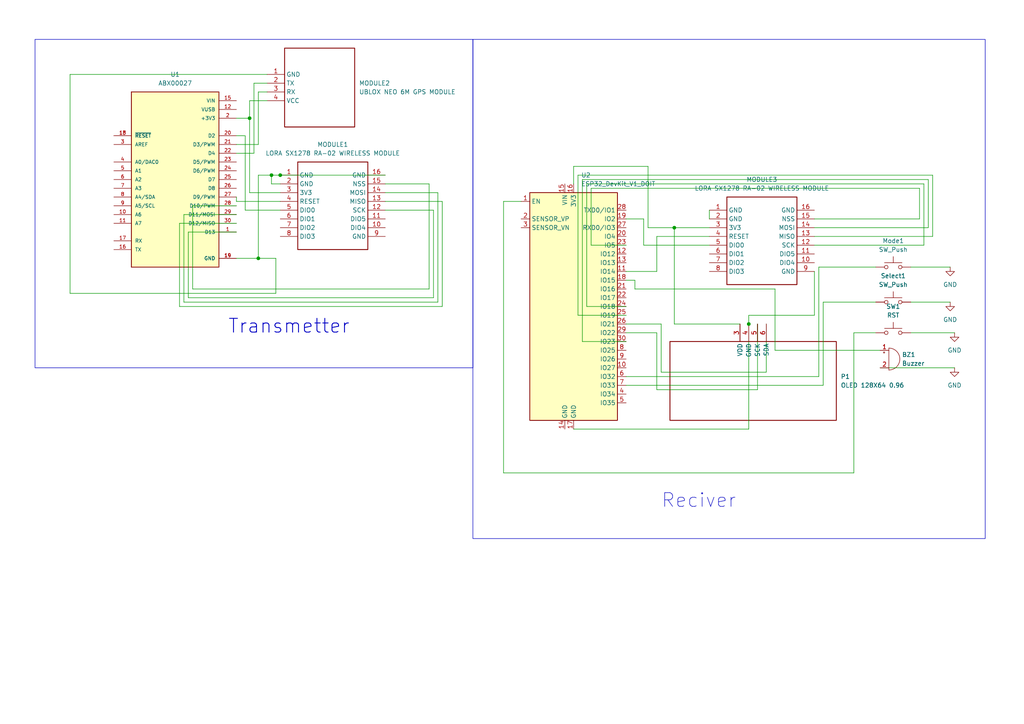
<source format=kicad_sch>
(kicad_sch (version 20231120) (generator "eeschema") (generator_version "8.0")
  (paper "A4")
  (lib_symbols
    (symbol "Device:Buzzer" (pin_names (offset 0.0254) hide)
      (property "Reference" "BZ" (at 3.81 1.27 0))
      (property "Value" "Buzzer" (at 3.81 -1.27 0))
      (symbol "Buzzer_0_1"
        (arc (start 0 -3.175) (mid 3.1612 0) (end 0 3.175))
        (polyline (pts (xy -1.651 1.905) (xy -1.143 1.905)))
        (polyline (pts (xy -1.397 2.159) (xy -1.397 1.651)))
        (polyline (pts (xy 0 3.175) (xy 0 -3.175)))
      )
      (symbol "Buzzer_1_1"
        (pin passive line (at -2.54 2.54 0) (length 2.54) (name "+") (number "1"))
        (pin passive line (at -2.54 -2.54 0) (length 2.54) (name "-") (number "2"))
      )
    )
    (symbol "NANO 33 Ble IOT:ABX00027" (pin_names (offset 1.016))
      (property "Reference" "U" (at -12.7 26.67 0))
      (property "Value" "ABX00027" (at -12.7 -26.67 0))
      (symbol "ABX00027_0_0"
        (rectangle (start -12.7 -25.4) (end 12.7 25.4) (stroke (width 0.254)) (fill (type background)))
        (pin bidirectional line (at 17.78 -15.24 180) (length 5.08) (name "D13") (number "1"))
        (pin input line (at -17.78 -10.16 0) (length 5.08) (name "A6") (number "10"))
        (pin input line (at -17.78 -12.7 0) (length 5.08) (name "A7") (number "11"))
        (pin power_in line (at 17.78 20.32 180) (length 5.08) (name "VUSB") (number "12"))
        (pin input line (at -17.78 12.7 0) (length 5.08) (name "~{RESET}") (number "13"))
        (pin power_in line (at 17.78 -22.86 180) (length 5.08) (name "GND") (number "14"))
        (pin power_in line (at 17.78 22.86 180) (length 5.08) (name "VIN") (number "15"))
        (pin bidirectional line (at -17.78 -20.32 0) (length 5.08) (name "TX") (number "16"))
        (pin bidirectional line (at -17.78 -17.78 0) (length 5.08) (name "RX") (number "17"))
        (pin input line (at -17.78 12.7 0) (length 5.08) (name "~{RESET}") (number "18"))
        (pin power_in line (at 17.78 -22.86 180) (length 5.08) (name "GND") (number "19"))
        (pin power_in line (at 17.78 17.78 180) (length 5.08) (name "+3V3") (number "2"))
        (pin bidirectional line (at 17.78 12.7 180) (length 5.08) (name "D2") (number "20"))
        (pin bidirectional line (at 17.78 10.16 180) (length 5.08) (name "D3/PWM") (number "21"))
        (pin bidirectional line (at 17.78 7.62 180) (length 5.08) (name "D4") (number "22"))
        (pin bidirectional line (at 17.78 5.08 180) (length 5.08) (name "D5/PWM") (number "23"))
        (pin bidirectional line (at 17.78 2.54 180) (length 5.08) (name "D6/PWM") (number "24"))
        (pin bidirectional line (at 17.78 0 180) (length 5.08) (name "D7") (number "25"))
        (pin bidirectional line (at 17.78 -2.54 180) (length 5.08) (name "D8") (number "26"))
        (pin bidirectional line (at 17.78 -5.08 180) (length 5.08) (name "D9/PWM") (number "27"))
        (pin bidirectional line (at 17.78 -7.62 180) (length 5.08) (name "D10/PWM") (number "28"))
        (pin bidirectional line (at 17.78 -10.16 180) (length 5.08) (name "D11/MOSI") (number "29"))
        (pin input line (at -17.78 10.16 0) (length 5.08) (name "AREF") (number "3"))
        (pin bidirectional line (at 17.78 -12.7 180) (length 5.08) (name "D12/MISO") (number "30"))
        (pin bidirectional line (at -17.78 5.08 0) (length 5.08) (name "A0/DAC0") (number "4"))
        (pin input line (at -17.78 2.54 0) (length 5.08) (name "A1") (number "5"))
        (pin input line (at -17.78 0 0) (length 5.08) (name "A2") (number "6"))
        (pin input line (at -17.78 -2.54 0) (length 5.08) (name "A3") (number "7"))
        (pin input line (at -17.78 -5.08 0) (length 5.08) (name "A4/SDA") (number "8"))
        (pin input line (at -17.78 -7.62 0) (length 5.08) (name "A5/SCL") (number "9"))
      )
    )
    (symbol "SCHLIB_LORA-SX1278-RA-02-WIRELESS-MODULE_2025-02-03:LORA SX1278 RA-02 WIRELESS MODULE"
      (property "Reference" "MODULE?" (at 0 0 0))
      (property "Value" "LORA SX1278 RA-02 WIRELESS MODULE" (at 0 0 0))
      (symbol "LORA SX1278 RA-02 WIRELESS MODULE_0_0"
        (rectangle (start -10.16 8.89) (end 10.16 -16.51) (stroke (width 0.254)))
        (pin unspecified line (at -15.24 5.08 0) (length 5.08) (name "GND") (number "1"))
        (pin unspecified line (at 15.24 -10.16 180) (length 5.08) (name "DIO4") (number "10"))
        (pin unspecified line (at 15.24 -7.62 180) (length 5.08) (name "DIO5") (number "11"))
        (pin unspecified line (at 15.24 -5.08 180) (length 5.08) (name "SCK") (number "12"))
        (pin unspecified line (at 15.24 -2.54 180) (length 5.08) (name "MISO") (number "13"))
        (pin unspecified line (at 15.24 0 180) (length 5.08) (name "MOSI") (number "14"))
        (pin unspecified line (at 15.24 2.54 180) (length 5.08) (name "NSS") (number "15"))
        (pin unspecified line (at 15.24 5.08 180) (length 5.08) (name "GND") (number "16"))
        (pin unspecified line (at -15.24 2.54 0) (length 5.08) (name "GND") (number "2"))
        (pin unspecified line (at -15.24 0 0) (length 5.08) (name "3V3") (number "3"))
        (pin unspecified line (at -15.24 -2.54 0) (length 5.08) (name "RESET") (number "4"))
        (pin unspecified line (at -15.24 -5.08 0) (length 5.08) (name "DIO0") (number "5"))
        (pin unspecified line (at -15.24 -7.62 0) (length 5.08) (name "DIO1") (number "6"))
        (pin unspecified line (at -15.24 -10.16 0) (length 5.08) (name "DIO2") (number "7"))
        (pin unspecified line (at -15.24 -12.7 0) (length 5.08) (name "DIO3") (number "8"))
        (pin unspecified line (at 15.24 -12.7 180) (length 5.08) (name "GND") (number "9"))
      )
    )
    (symbol "SCHLIB_OLED-128X64-0.96_2025-02-08:OLED 128X64 0.96"
      (property "Reference" "P?" (at 0 0 0))
      (property "Value" "OLED 128X64 0.96" (at 0 0 0))
      (symbol "OLED 128X64 0.96_0_0"
        (rectangle (start -26.67 8.89) (end 21.59 -13.97) (stroke (width 0.254)))
        (pin unspecified line (at -6.35 13.97 270) (length 5.08) (name "VDD") (number "3"))
        (pin unspecified line (at -3.81 13.97 270) (length 5.08) (name "GND") (number "4"))
        (pin unspecified line (at -1.27 13.97 270) (length 5.08) (name "SCK") (number "5"))
        (pin unspecified line (at 1.27 13.97 270) (length 5.08) (name "SDA") (number "6"))
      )
    )
    (symbol "SCHLIB_UBLOX-NEO-6M-GPS-MODULE_2025-02-08:UBLOX NEO 6M GPS MODULE"
      (property "Reference" "MODULE?" (at 0 0 0))
      (property "Value" "UBLOX NEO 6M GPS MODULE" (at 0 0 0))
      (symbol "UBLOX NEO 6M GPS MODULE_0_0"
        (rectangle (start -10.16 12.7) (end 10.16 -10.16) (stroke (width 0.254)))
        (pin unspecified line (at -15.24 5.08 0) (length 5.08) (name "GND") (number "1"))
        (pin unspecified line (at -15.24 2.54 0) (length 5.08) (name "TX") (number "2"))
        (pin unspecified line (at -15.24 0 0) (length 5.08) (name "RX") (number "3"))
        (pin unspecified line (at -15.24 -2.54 0) (length 5.08) (name "VCC") (number "4"))
      )
    )
    (symbol "Switch:SW_Push" (pin_numbers hide) (pin_names (offset 1.016) hide)
      (property "Reference" "SW" (at 1.27 2.54 0))
      (property "Value" "SW_Push" (at 0 -1.524 0))
      (symbol "SW_Push_0_1"
        (circle (center -2.032 0) (radius 0.508))
        (polyline (pts (xy 0 1.27) (xy 0 3.048)))
        (polyline (pts (xy 2.54 1.27) (xy -2.54 1.27)))
        (circle (center 2.032 0) (radius 0.508))
        (pin passive line (at -5.08 0 0) (length 2.54) (name "1") (number "1"))
        (pin passive line (at 5.08 0 180) (length 2.54) (name "2") (number "2"))
      )
    )
    (symbol "esp32_devkit_v1_doit:ESP32_DevKit_V1_DOIT"
      (property "Reference" "U" (at -11.43 34.29 0))
      (property "Value" "ESP32_DevKit_V1_DOIT" (at 11.43 34.29 0))
      (symbol "ESP32_DevKit_V1_DOIT_1_1"
        (rectangle (start -12.7 33.02) (end 12.7 -33.02) (stroke (width 0.254)) (fill (type background)))
        (pin input line (at -15.24 30.48 0) (length 2.54) (name "EN") (number "1"))
        (pin bidirectional line (at 15.24 -17.78 180) (length 2.54) (name "IO27") (number "10"))
        (pin bidirectional line (at 15.24 10.16 180) (length 2.54) (name "IO14") (number "11"))
        (pin bidirectional line (at 15.24 15.24 180) (length 2.54) (name "IO12") (number "12"))
        (pin bidirectional line (at 15.24 12.7 180) (length 2.54) (name "IO13") (number "13"))
        (pin power_in line (at -2.54 -35.56 90) (length 2.54) (name "GND") (number "14"))
        (pin power_in line (at -2.54 35.56 270) (length 2.54) (name "VIN") (number "15"))
        (pin power_in line (at 0 35.56 270) (length 2.54) (name "3V3") (number "16"))
        (pin power_in line (at 0 -35.56 90) (length 2.54) (name "GND") (number "17"))
        (pin bidirectional line (at 15.24 7.62 180) (length 2.54) (name "IO15") (number "18"))
        (pin bidirectional line (at 15.24 25.4 180) (length 2.54) (name "IO2") (number "19"))
        (pin input line (at -15.24 25.4 0) (length 2.54) (name "SENSOR_VP") (number "2"))
        (pin bidirectional line (at 15.24 20.32 180) (length 2.54) (name "IO4") (number "20"))
        (pin bidirectional line (at 15.24 5.08 180) (length 2.54) (name "IO16") (number "21"))
        (pin bidirectional line (at 15.24 2.54 180) (length 2.54) (name "IO17") (number "22"))
        (pin bidirectional line (at 15.24 17.78 180) (length 2.54) (name "IO5") (number "23"))
        (pin bidirectional line (at 15.24 0 180) (length 2.54) (name "IO18") (number "24"))
        (pin bidirectional line (at 15.24 -2.54 180) (length 2.54) (name "IO19") (number "25"))
        (pin bidirectional line (at 15.24 -5.08 180) (length 2.54) (name "IO21") (number "26"))
        (pin bidirectional line (at 15.24 22.86 180) (length 2.54) (name "RXD0/IO3") (number "27"))
        (pin bidirectional line (at 15.24 27.94 180) (length 2.54) (name "TXD0/IO1") (number "28"))
        (pin bidirectional line (at 15.24 -7.62 180) (length 2.54) (name "IO22") (number "29"))
        (pin input line (at -15.24 22.86 0) (length 2.54) (name "SENSOR_VN") (number "3"))
        (pin bidirectional line (at 15.24 -10.16 180) (length 2.54) (name "IO23") (number "30"))
        (pin input line (at 15.24 -25.4 180) (length 2.54) (name "IO34") (number "4"))
        (pin input line (at 15.24 -27.94 180) (length 2.54) (name "IO35") (number "5"))
        (pin bidirectional line (at 15.24 -20.32 180) (length 2.54) (name "IO32") (number "6"))
        (pin bidirectional line (at 15.24 -22.86 180) (length 2.54) (name "IO33") (number "7"))
        (pin bidirectional line (at 15.24 -12.7 180) (length 2.54) (name "IO25") (number "8"))
        (pin bidirectional line (at 15.24 -15.24 180) (length 2.54) (name "IO26") (number "9"))
      )
    )
    (symbol "power:GND" (power) (pin_numbers hide) (pin_names (offset 0) hide)
      (property "Value" "GND" (at 0 -3.81 0))
      (symbol "GND_0_1"
        (polyline (pts (xy 0 0) (xy 0 -1.27) (xy 1.27 -1.27) (xy 0 -2.54) (xy -1.27 -1.27) (xy 0 -1.27)))
      )
      (symbol "GND_1_1"
        (pin power_in line (at 0 0 270) (length 0) (name "~") (number "1"))
      )
    )
  )
  (junction (at 195.58 66.04))
  (junction (at 78.74 50.8))
  (junction (at 81.28 50.8))
  (junction (at 72.39 34.29))
  (junction (at 217.17 93.98))
  (junction (at 74.93 74.93))
  (wire (pts (xy 168.91 52.07) (xy 168.91 99.06)))
  (wire (pts (xy 267.97 53.34) (xy 170.18 53.34)))
  (wire (pts (xy 238.76 87.63) (xy 238.76 111.76)))
  (wire (pts (xy 270.51 50.8) (xy 167.64 50.8)))
  (wire (pts (xy 74.93 50.8) (xy 74.93 74.93)))
  (wire (pts (xy 187.96 66.04) (xy 195.58 66.04)))
  (wire (pts (xy 205.74 60.96) (xy 205.74 63.5)))
  (wire (pts (xy 78.74 53.34) (xy 78.74 50.8)))
  (wire (pts (xy 255.27 101.6) (xy 224.79 101.6)))
  (wire (pts (xy 255.27 106.68) (xy 276.86 106.68)))
  (wire (pts (xy 237.49 109.22) (xy 181.61 109.22)))
  (wire (pts (xy 264.16 96.52) (xy 276.86 96.52)))
  (wire (pts (xy 217.17 91.44) (xy 217.17 93.98)))
  (wire (pts (xy 53.34 62.23) (xy 68.58 62.23)))
  (wire (pts (xy 219.71 113.03) (xy 190.5 113.03)))
  (wire (pts (xy 55.88 83.82) (xy 55.88 59.69)))
  (wire (pts (xy 219.71 93.98) (xy 219.71 113.03)))
  (wire (pts (xy 81.28 55.88) (xy 72.39 55.88)))
  (wire (pts (xy 254 77.47) (xy 237.49 77.47)))
  (wire (pts (xy 267.97 71.12) (xy 267.97 53.34)))
  (wire (pts (xy 52.07 64.77) (xy 68.58 64.77)))
  (wire (pts (xy 167.64 91.44) (xy 181.61 91.44)))
  (wire (pts (xy 68.58 41.91) (xy 74.93 41.91)))
  (wire (pts (xy 236.22 78.74) (xy 236.22 91.44)))
  (wire (pts (xy 72.39 34.29) (xy 72.39 55.88)))
  (wire (pts (xy 166.37 48.26) (xy 166.37 53.34)))
  (wire (pts (xy 54.61 67.31) (xy 68.58 67.31)))
  (wire (pts (xy 77.47 29.21) (xy 72.39 29.21)))
  (wire (pts (xy 190.5 96.52) (xy 181.61 96.52)))
  (wire (pts (xy 254 87.63) (xy 238.76 87.63)))
  (wire (pts (xy 125.73 60.96) (xy 125.73 86.36)))
  (wire (pts (xy 236.22 91.44) (xy 217.17 91.44)))
  (wire (pts (xy 254 96.52) (xy 247.65 96.52)))
  (wire (pts (xy 222.25 107.95) (xy 191.77 107.95)))
  (wire (pts (xy 72.39 29.21) (xy 72.39 34.29)))
  (wire (pts (xy 52.07 88.9) (xy 52.07 64.77)))
  (wire (pts (xy 269.24 66.04) (xy 269.24 52.07)))
  (wire (pts (xy 238.76 111.76) (xy 181.61 111.76)))
  (wire (pts (xy 237.49 77.47) (xy 237.49 109.22)))
  (wire (pts (xy 266.7 63.5) (xy 266.7 54.61)))
  (wire (pts (xy 247.65 137.16) (xy 146.05 137.16)))
  (wire (pts (xy 214.63 93.98) (xy 195.58 93.98)))
  (wire (pts (xy 166.37 124.46) (xy 217.17 124.46)))
  (wire (pts (xy 187.96 48.26) (xy 166.37 48.26)))
  (wire (pts (xy 74.93 74.93) (xy 80.01 74.93)))
  (wire (pts (xy 124.46 83.82) (xy 55.88 83.82)))
  (wire (pts (xy 170.18 53.34) (xy 170.18 88.9)))
  (wire (pts (xy 81.28 60.96) (xy 71.12 60.96)))
  (wire (pts (xy 127 87.63) (xy 53.34 87.63)))
  (wire (pts (xy 195.58 66.04) (xy 205.74 66.04)))
  (wire (pts (xy 20.32 21.59) (xy 20.32 85.09)))
  (wire (pts (xy 124.46 53.34) (xy 124.46 83.82)))
  (wire (pts (xy 73.66 24.13) (xy 73.66 44.45)))
  (wire (pts (xy 170.18 88.9) (xy 181.61 88.9)))
  (wire (pts (xy 72.39 34.29) (xy 68.58 34.29)))
  (wire (pts (xy 71.12 39.37) (xy 68.58 39.37)))
  (wire (pts (xy 224.79 83.82) (xy 184.15 83.82)))
  (wire (pts (xy 111.76 53.34) (xy 124.46 53.34)))
  (wire (pts (xy 167.64 50.8) (xy 167.64 91.44)))
  (wire (pts (xy 266.7 54.61) (xy 171.45 54.61)))
  (wire (pts (xy 111.76 55.88) (xy 127 55.88)))
  (wire (pts (xy 68.58 58.42) (xy 68.58 57.15)))
  (wire (pts (xy 20.32 85.09) (xy 80.01 85.09)))
  (wire (pts (xy 127 55.88) (xy 127 87.63)))
  (wire (pts (xy 186.69 71.12) (xy 186.69 63.5)))
  (wire (pts (xy 53.34 87.63) (xy 53.34 62.23)))
  (wire (pts (xy 224.79 101.6) (xy 224.79 83.82)))
  (wire (pts (xy 171.45 54.61) (xy 171.45 71.12)))
  (wire (pts (xy 205.74 68.58) (xy 190.5 68.58)))
  (wire (pts (xy 190.5 68.58) (xy 190.5 78.74)))
  (wire (pts (xy 81.28 58.42) (xy 68.58 58.42)))
  (wire (pts (xy 81.28 53.34) (xy 78.74 53.34)))
  (wire (pts (xy 77.47 21.59) (xy 20.32 21.59)))
  (wire (pts (xy 247.65 96.52) (xy 247.65 137.16)))
  (wire (pts (xy 77.47 24.13) (xy 73.66 24.13)))
  (wire (pts (xy 217.17 93.98) (xy 217.17 124.46)))
  (wire (pts (xy 195.58 93.98) (xy 195.58 66.04)))
  (wire (pts (xy 146.05 58.42) (xy 151.13 58.42)))
  (wire (pts (xy 111.76 58.42) (xy 128.27 58.42)))
  (wire (pts (xy 73.66 44.45) (xy 68.58 44.45)))
  (wire (pts (xy 187.96 66.04) (xy 187.96 48.26)))
  (wire (pts (xy 146.05 137.16) (xy 146.05 58.42)))
  (wire (pts (xy 128.27 58.42) (xy 128.27 88.9)))
  (wire (pts (xy 264.16 77.47) (xy 275.59 77.47)))
  (wire (pts (xy 190.5 113.03) (xy 190.5 96.52)))
  (wire (pts (xy 168.91 99.06) (xy 181.61 99.06)))
  (wire (pts (xy 205.74 71.12) (xy 186.69 71.12)))
  (wire (pts (xy 54.61 86.36) (xy 54.61 67.31)))
  (wire (pts (xy 55.88 59.69) (xy 68.58 59.69)))
  (wire (pts (xy 78.74 50.8) (xy 74.93 50.8)))
  (wire (pts (xy 128.27 88.9) (xy 52.07 88.9)))
  (wire (pts (xy 74.93 26.67) (xy 74.93 41.91)))
  (wire (pts (xy 80.01 85.09) (xy 80.01 74.93)))
  (wire (pts (xy 269.24 52.07) (xy 168.91 52.07)))
  (wire (pts (xy 236.22 68.58) (xy 270.51 68.58)))
  (wire (pts (xy 68.58 74.93) (xy 74.93 74.93)))
  (wire (pts (xy 77.47 26.67) (xy 74.93 26.67)))
  (wire (pts (xy 236.22 71.12) (xy 267.97 71.12)))
  (wire (pts (xy 184.15 81.28) (xy 181.61 81.28)))
  (wire (pts (xy 171.45 71.12) (xy 181.61 71.12)))
  (wire (pts (xy 111.76 60.96) (xy 125.73 60.96)))
  (wire (pts (xy 71.12 60.96) (xy 71.12 39.37)))
  (wire (pts (xy 191.77 107.95) (xy 191.77 93.98)))
  (wire (pts (xy 184.15 83.82) (xy 184.15 81.28)))
  (wire (pts (xy 125.73 86.36) (xy 54.61 86.36)))
  (wire (pts (xy 264.16 87.63) (xy 275.59 87.63)))
  (wire (pts (xy 78.74 50.8) (xy 81.28 50.8)))
  (wire (pts (xy 81.28 50.8) (xy 111.76 50.8)))
  (wire (pts (xy 236.22 63.5) (xy 266.7 63.5)))
  (wire (pts (xy 186.69 63.5) (xy 181.61 63.5)))
  (wire (pts (xy 191.77 93.98) (xy 181.61 93.98)))
  (wire (pts (xy 236.22 66.04) (xy 269.24 66.04)))
  (wire (pts (xy 270.51 68.58) (xy 270.51 50.8)))
  (wire (pts (xy 190.5 78.74) (xy 181.61 78.74)))
  (wire (pts (xy 222.25 93.98) (xy 222.25 107.95)))
  (rectangle (start 10.16 11.43) (end 137.16 106.68))
  (rectangle (start 137.16 11.43) (end 285.75 156.21))
  (text "Transmetter" (at 83.82 94.742 0) (effects (font (size 4 4) (thickness 0.254) (bold yes))))
  (text "Reciver\n" (at 202.692 145.288 0) (effects (font (size 4 4))))
  (symbol (lib_id "SCHLIB_OLED-128X64-0.96_2025-02-08:OLED 128X64 0.96") (at 220.98 107.95 0) (unit 1)
    (property "Reference" "P1" (at 243.84 109.2199 0) (effects (justify left)))
    (property "Value" "OLED 128X64 0.96" (at 243.84 111.7599 0) (effects (justify left)))
    (property "Supplier Part" "undefined" (effects (hide yes)))
    (property "Supplier" "AdaFruit" (effects (hide yes)))
  )
  (symbol (lib_id "Device:Buzzer") (at 257.81 104.14 0) (unit 1)
    (property "Reference" "BZ1" (at 261.62 102.8699 0) (effects (justify left)))
    (property "Value" "Buzzer" (at 261.62 105.4099 0) (effects (justify left)))
    (property "Description" "Buzzer, polarized" (effects (hide yes)))
  )
  (symbol (lib_id "SCHLIB_LORA-SX1278-RA-02-WIRELESS-MODULE_2025-02-03:LORA SX1278 RA-02 WIRELESS MODULE") (at 220.98 66.04 0) (unit 1)
    (property "Reference" "MODULE3" (at 220.98 52.07 0))
    (property "Value" "LORA SX1278 RA-02 WIRELESS MODULE" (at 220.98 54.61 0))
  )
  (symbol (lib_id "Switch:SW_Push") (at 259.08 87.63 0) (unit 1)
    (property "Reference" "Select1" (at 259.08 80.01 0))
    (property "Value" "SW_Push" (at 259.08 82.55 0))
    (property "Description" "Push button switch, generic, two pins" (effects (hide yes)))
  )
  (symbol (lib_id "power:GND") (at 275.59 87.63 0) (unit 1)
    (property "Reference" "#PWR02" (effects (hide yes)))
    (property "Value" "GND" (at 275.59 92.71 0))
    (property "Description" "Power symbol creates a global label with name \"GND\" , ground" (effects (hide yes)))
  )
  (symbol (lib_id "SCHLIB_UBLOX-NEO-6M-GPS-MODULE_2025-02-08:UBLOX NEO 6M GPS MODULE") (at 92.71 26.67 0) (unit 1)
    (property "Reference" "MODULE2" (at 104.14 24.1299 0) (effects (justify left)))
    (property "Value" "UBLOX NEO 6M GPS MODULE" (at 104.14 26.6699 0) (effects (justify left)))
  )
  (symbol (lib_id "esp32_devkit_v1_doit:ESP32_DevKit_V1_DOIT") (at 166.37 88.9 0) (unit 1)
    (property "Reference" "U2" (at 168.5641 50.8 0) (effects (justify left)))
    (property "Value" "ESP32_DevKit_V1_DOIT" (at 168.5641 53.34 0) (effects (justify left)))
    (property "Footprint" "ESP32_DevKit_V1_DOIT:esp32_devkit_v1_doit" (effects (hide yes)))
    (property "Datasheet" "https://aliexpress.com/item/32864722159.html" (effects (hide yes)))
    (property "Description" "32-bit microcontroller module with WiFi and Bluetooth" (effects (hide yes)))
  )
  (symbol (lib_id "SCHLIB_LORA-SX1278-RA-02-WIRELESS-MODULE_2025-02-03:LORA SX1278 RA-02 WIRELESS MODULE") (at 96.52 55.88 0) (unit 1)
    (property "Reference" "MODULE1" (at 96.52 41.91 0))
    (property "Value" "LORA SX1278 RA-02 WIRELESS MODULE" (at 96.52 44.45 0))
  )
  (symbol (lib_id "power:GND") (at 275.59 77.47 0) (unit 1)
    (property "Reference" "#PWR01" (effects (hide yes)))
    (property "Value" "GND" (at 275.59 82.55 0))
    (property "Description" "Power symbol creates a global label with name \"GND\" , ground" (effects (hide yes)))
  )
  (symbol (lib_id "NANO 33 Ble IOT:ABX00027") (at 50.8 52.07 0) (unit 1)
    (property "Reference" "U1" (at 50.8 21.59 0))
    (property "Value" "ABX00027" (at 50.8 24.13 0))
    (property "Footprint" "ABX00027:MODULE_ABX00027" (effects (hide yes)))
    (property "MF" "Arduino" (effects (hide yes)))
    (property "DESCRIPTION" "ATSAMD21G18A Arduino Nano 33 IoT SAM D ARM® Cortex®-M0+ MCU 32-Bit Embedded Evaluation Board" (effects (hide yes)))
    (property "PACKAGE" "None" (effects (hide yes)))
    (property "PRICE" "None" (effects (hide yes)))
    (property "Package" "None" (effects (hide yes)))
    (property "Check_prices" "https://www.snapeda.com/parts/Arduino%20Nano%2033%20IoT/Arduino/view-part/?ref=eda" (effects (hide yes)))
    (property "Price" "None" (effects (hide yes)))
    (property "SnapEDA_Link" "https://www.snapeda.com/parts/Arduino%20Nano%2033%20IoT/Arduino/view-part/?ref=snap" (effects (hide yes)))
    (property "MP" "Arduino Nano 33 IoT" (effects (hide yes)))
    (property "DIGIKEY-PURCHASE-URL" "https://snapeda.com/shop?store=DigiKey&id=3949339" (effects (hide yes)))
    (property "Availability" "Not in stock" (effects (hide yes)))
    (property "AVAILABILITY" "Unavailable" (effects (hide yes)))
    (property "Description_1" "\n                        \n                            An IoT connected IMU sensor in the Nano form factor.\n                        \n" (effects (hide yes)))
  )
  (symbol (lib_id "power:GND") (at 276.86 106.68 0) (unit 1)
    (property "Reference" "#PWR04" (effects (hide yes)))
    (property "Value" "GND" (at 276.86 111.76 0))
    (property "Description" "Power symbol creates a global label with name \"GND\" , ground" (effects (hide yes)))
  )
  (symbol (lib_id "Switch:SW_Push") (at 259.08 96.52 0) (unit 1)
    (property "Reference" "SW1" (at 259.08 88.9 0))
    (property "Value" "RST" (at 259.08 91.44 0))
    (property "Description" "Push button switch, generic, two pins" (effects (hide yes)))
  )
  (symbol (lib_id "Switch:SW_Push") (at 259.08 77.47 0) (unit 1)
    (property "Reference" "Mode1" (at 259.08 69.85 0))
    (property "Value" "SW_Push" (at 259.08 72.39 0))
    (property "Description" "Push button switch, generic, two pins" (effects (hide yes)))
  )
  (symbol (lib_id "power:GND") (at 276.86 96.52 0) (unit 1)
    (property "Reference" "#PWR03" (effects (hide yes)))
    (property "Value" "GND" (at 276.86 101.6 0))
    (property "Description" "Power symbol creates a global label with name \"GND\" , ground" (effects (hide yes)))
  )
)
</source>
